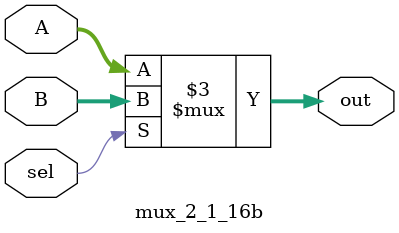
<source format=sv>
`timescale 1ns / 1ps

module mux_2_1_16b #(parameter N = 16)(
    input  logic [N-1:0] A,
    input  logic [N-1:0] B,
    input  logic         sel,

    output logic [N-1:0] out  // valor de salida para el Display
    );

    always_comb begin
        if (sel)
            out = B;
        else
            out = A;
        
    end

endmodule

</source>
